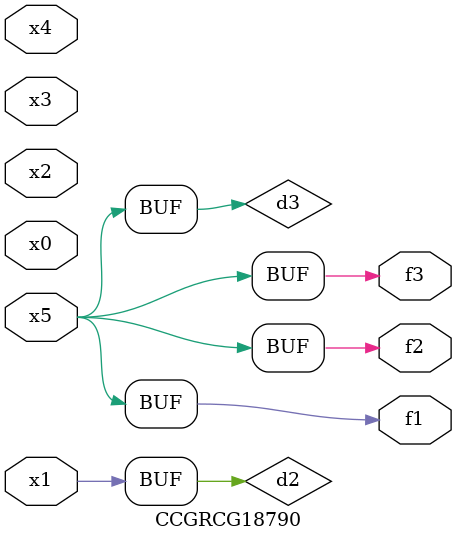
<source format=v>
module CCGRCG18790(
	input x0, x1, x2, x3, x4, x5,
	output f1, f2, f3
);

	wire d1, d2, d3;

	not (d1, x5);
	or (d2, x1);
	xnor (d3, d1);
	assign f1 = d3;
	assign f2 = d3;
	assign f3 = d3;
endmodule

</source>
